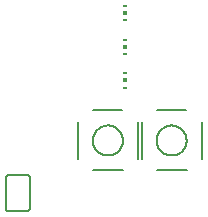
<source format=gbo>
G75*
%MOIN*%
%OFA0B0*%
%FSLAX25Y25*%
%IPPOS*%
%LPD*%
%AMOC8*
5,1,8,0,0,1.08239X$1,22.5*
%
%ADD10R,0.01181X0.00591*%
%ADD11R,0.01181X0.01181*%
%ADD12C,0.00800*%
%ADD13C,0.00600*%
D10*
X0144891Y0060688D03*
X0144891Y0065412D03*
X0144891Y0071938D03*
X0144891Y0076662D03*
X0144891Y0083188D03*
X0144891Y0087912D03*
D11*
X0144891Y0085550D03*
X0144891Y0074300D03*
X0144891Y0063050D03*
D12*
X0144182Y0053050D02*
X0134418Y0053050D01*
X0129300Y0049113D02*
X0129300Y0036987D01*
X0134418Y0033050D02*
X0144300Y0033050D01*
X0149300Y0036987D02*
X0149300Y0049113D01*
X0150550Y0049113D02*
X0150550Y0036987D01*
X0155668Y0033050D02*
X0165550Y0033050D01*
X0170550Y0036987D02*
X0170550Y0049113D01*
X0165432Y0053050D02*
X0155668Y0053050D01*
X0155550Y0043050D02*
X0155552Y0043191D01*
X0155558Y0043332D01*
X0155568Y0043472D01*
X0155582Y0043612D01*
X0155600Y0043752D01*
X0155621Y0043891D01*
X0155647Y0044030D01*
X0155676Y0044168D01*
X0155710Y0044304D01*
X0155747Y0044440D01*
X0155788Y0044575D01*
X0155833Y0044709D01*
X0155882Y0044841D01*
X0155934Y0044972D01*
X0155990Y0045101D01*
X0156050Y0045228D01*
X0156113Y0045354D01*
X0156179Y0045478D01*
X0156250Y0045601D01*
X0156323Y0045721D01*
X0156400Y0045839D01*
X0156480Y0045955D01*
X0156564Y0046068D01*
X0156650Y0046179D01*
X0156740Y0046288D01*
X0156833Y0046394D01*
X0156928Y0046497D01*
X0157027Y0046598D01*
X0157128Y0046696D01*
X0157232Y0046791D01*
X0157339Y0046883D01*
X0157448Y0046972D01*
X0157560Y0047057D01*
X0157674Y0047140D01*
X0157790Y0047220D01*
X0157909Y0047296D01*
X0158030Y0047368D01*
X0158152Y0047438D01*
X0158277Y0047503D01*
X0158403Y0047566D01*
X0158531Y0047624D01*
X0158661Y0047679D01*
X0158792Y0047731D01*
X0158925Y0047778D01*
X0159059Y0047822D01*
X0159194Y0047863D01*
X0159330Y0047899D01*
X0159467Y0047931D01*
X0159605Y0047960D01*
X0159743Y0047985D01*
X0159883Y0048005D01*
X0160023Y0048022D01*
X0160163Y0048035D01*
X0160304Y0048044D01*
X0160444Y0048049D01*
X0160585Y0048050D01*
X0160726Y0048047D01*
X0160867Y0048040D01*
X0161007Y0048029D01*
X0161147Y0048014D01*
X0161287Y0047995D01*
X0161426Y0047973D01*
X0161564Y0047946D01*
X0161702Y0047916D01*
X0161838Y0047881D01*
X0161974Y0047843D01*
X0162108Y0047801D01*
X0162242Y0047755D01*
X0162374Y0047706D01*
X0162504Y0047652D01*
X0162633Y0047595D01*
X0162760Y0047535D01*
X0162886Y0047471D01*
X0163009Y0047403D01*
X0163131Y0047332D01*
X0163251Y0047258D01*
X0163368Y0047180D01*
X0163483Y0047099D01*
X0163596Y0047015D01*
X0163707Y0046928D01*
X0163815Y0046837D01*
X0163920Y0046744D01*
X0164023Y0046647D01*
X0164123Y0046548D01*
X0164220Y0046446D01*
X0164314Y0046341D01*
X0164405Y0046234D01*
X0164493Y0046124D01*
X0164578Y0046012D01*
X0164660Y0045897D01*
X0164739Y0045780D01*
X0164814Y0045661D01*
X0164886Y0045540D01*
X0164954Y0045417D01*
X0165019Y0045292D01*
X0165081Y0045165D01*
X0165138Y0045036D01*
X0165193Y0044906D01*
X0165243Y0044775D01*
X0165290Y0044642D01*
X0165333Y0044508D01*
X0165372Y0044372D01*
X0165407Y0044236D01*
X0165439Y0044099D01*
X0165466Y0043961D01*
X0165490Y0043822D01*
X0165510Y0043682D01*
X0165526Y0043542D01*
X0165538Y0043402D01*
X0165546Y0043261D01*
X0165550Y0043120D01*
X0165550Y0042980D01*
X0165546Y0042839D01*
X0165538Y0042698D01*
X0165526Y0042558D01*
X0165510Y0042418D01*
X0165490Y0042278D01*
X0165466Y0042139D01*
X0165439Y0042001D01*
X0165407Y0041864D01*
X0165372Y0041728D01*
X0165333Y0041592D01*
X0165290Y0041458D01*
X0165243Y0041325D01*
X0165193Y0041194D01*
X0165138Y0041064D01*
X0165081Y0040935D01*
X0165019Y0040808D01*
X0164954Y0040683D01*
X0164886Y0040560D01*
X0164814Y0040439D01*
X0164739Y0040320D01*
X0164660Y0040203D01*
X0164578Y0040088D01*
X0164493Y0039976D01*
X0164405Y0039866D01*
X0164314Y0039759D01*
X0164220Y0039654D01*
X0164123Y0039552D01*
X0164023Y0039453D01*
X0163920Y0039356D01*
X0163815Y0039263D01*
X0163707Y0039172D01*
X0163596Y0039085D01*
X0163483Y0039001D01*
X0163368Y0038920D01*
X0163251Y0038842D01*
X0163131Y0038768D01*
X0163009Y0038697D01*
X0162886Y0038629D01*
X0162760Y0038565D01*
X0162633Y0038505D01*
X0162504Y0038448D01*
X0162374Y0038394D01*
X0162242Y0038345D01*
X0162108Y0038299D01*
X0161974Y0038257D01*
X0161838Y0038219D01*
X0161702Y0038184D01*
X0161564Y0038154D01*
X0161426Y0038127D01*
X0161287Y0038105D01*
X0161147Y0038086D01*
X0161007Y0038071D01*
X0160867Y0038060D01*
X0160726Y0038053D01*
X0160585Y0038050D01*
X0160444Y0038051D01*
X0160304Y0038056D01*
X0160163Y0038065D01*
X0160023Y0038078D01*
X0159883Y0038095D01*
X0159743Y0038115D01*
X0159605Y0038140D01*
X0159467Y0038169D01*
X0159330Y0038201D01*
X0159194Y0038237D01*
X0159059Y0038278D01*
X0158925Y0038322D01*
X0158792Y0038369D01*
X0158661Y0038421D01*
X0158531Y0038476D01*
X0158403Y0038534D01*
X0158277Y0038597D01*
X0158152Y0038662D01*
X0158030Y0038732D01*
X0157909Y0038804D01*
X0157790Y0038880D01*
X0157674Y0038960D01*
X0157560Y0039043D01*
X0157448Y0039128D01*
X0157339Y0039217D01*
X0157232Y0039309D01*
X0157128Y0039404D01*
X0157027Y0039502D01*
X0156928Y0039603D01*
X0156833Y0039706D01*
X0156740Y0039812D01*
X0156650Y0039921D01*
X0156564Y0040032D01*
X0156480Y0040145D01*
X0156400Y0040261D01*
X0156323Y0040379D01*
X0156250Y0040499D01*
X0156179Y0040622D01*
X0156113Y0040746D01*
X0156050Y0040872D01*
X0155990Y0040999D01*
X0155934Y0041128D01*
X0155882Y0041259D01*
X0155833Y0041391D01*
X0155788Y0041525D01*
X0155747Y0041660D01*
X0155710Y0041796D01*
X0155676Y0041932D01*
X0155647Y0042070D01*
X0155621Y0042209D01*
X0155600Y0042348D01*
X0155582Y0042488D01*
X0155568Y0042628D01*
X0155558Y0042768D01*
X0155552Y0042909D01*
X0155550Y0043050D01*
X0134300Y0043050D02*
X0134302Y0043191D01*
X0134308Y0043332D01*
X0134318Y0043472D01*
X0134332Y0043612D01*
X0134350Y0043752D01*
X0134371Y0043891D01*
X0134397Y0044030D01*
X0134426Y0044168D01*
X0134460Y0044304D01*
X0134497Y0044440D01*
X0134538Y0044575D01*
X0134583Y0044709D01*
X0134632Y0044841D01*
X0134684Y0044972D01*
X0134740Y0045101D01*
X0134800Y0045228D01*
X0134863Y0045354D01*
X0134929Y0045478D01*
X0135000Y0045601D01*
X0135073Y0045721D01*
X0135150Y0045839D01*
X0135230Y0045955D01*
X0135314Y0046068D01*
X0135400Y0046179D01*
X0135490Y0046288D01*
X0135583Y0046394D01*
X0135678Y0046497D01*
X0135777Y0046598D01*
X0135878Y0046696D01*
X0135982Y0046791D01*
X0136089Y0046883D01*
X0136198Y0046972D01*
X0136310Y0047057D01*
X0136424Y0047140D01*
X0136540Y0047220D01*
X0136659Y0047296D01*
X0136780Y0047368D01*
X0136902Y0047438D01*
X0137027Y0047503D01*
X0137153Y0047566D01*
X0137281Y0047624D01*
X0137411Y0047679D01*
X0137542Y0047731D01*
X0137675Y0047778D01*
X0137809Y0047822D01*
X0137944Y0047863D01*
X0138080Y0047899D01*
X0138217Y0047931D01*
X0138355Y0047960D01*
X0138493Y0047985D01*
X0138633Y0048005D01*
X0138773Y0048022D01*
X0138913Y0048035D01*
X0139054Y0048044D01*
X0139194Y0048049D01*
X0139335Y0048050D01*
X0139476Y0048047D01*
X0139617Y0048040D01*
X0139757Y0048029D01*
X0139897Y0048014D01*
X0140037Y0047995D01*
X0140176Y0047973D01*
X0140314Y0047946D01*
X0140452Y0047916D01*
X0140588Y0047881D01*
X0140724Y0047843D01*
X0140858Y0047801D01*
X0140992Y0047755D01*
X0141124Y0047706D01*
X0141254Y0047652D01*
X0141383Y0047595D01*
X0141510Y0047535D01*
X0141636Y0047471D01*
X0141759Y0047403D01*
X0141881Y0047332D01*
X0142001Y0047258D01*
X0142118Y0047180D01*
X0142233Y0047099D01*
X0142346Y0047015D01*
X0142457Y0046928D01*
X0142565Y0046837D01*
X0142670Y0046744D01*
X0142773Y0046647D01*
X0142873Y0046548D01*
X0142970Y0046446D01*
X0143064Y0046341D01*
X0143155Y0046234D01*
X0143243Y0046124D01*
X0143328Y0046012D01*
X0143410Y0045897D01*
X0143489Y0045780D01*
X0143564Y0045661D01*
X0143636Y0045540D01*
X0143704Y0045417D01*
X0143769Y0045292D01*
X0143831Y0045165D01*
X0143888Y0045036D01*
X0143943Y0044906D01*
X0143993Y0044775D01*
X0144040Y0044642D01*
X0144083Y0044508D01*
X0144122Y0044372D01*
X0144157Y0044236D01*
X0144189Y0044099D01*
X0144216Y0043961D01*
X0144240Y0043822D01*
X0144260Y0043682D01*
X0144276Y0043542D01*
X0144288Y0043402D01*
X0144296Y0043261D01*
X0144300Y0043120D01*
X0144300Y0042980D01*
X0144296Y0042839D01*
X0144288Y0042698D01*
X0144276Y0042558D01*
X0144260Y0042418D01*
X0144240Y0042278D01*
X0144216Y0042139D01*
X0144189Y0042001D01*
X0144157Y0041864D01*
X0144122Y0041728D01*
X0144083Y0041592D01*
X0144040Y0041458D01*
X0143993Y0041325D01*
X0143943Y0041194D01*
X0143888Y0041064D01*
X0143831Y0040935D01*
X0143769Y0040808D01*
X0143704Y0040683D01*
X0143636Y0040560D01*
X0143564Y0040439D01*
X0143489Y0040320D01*
X0143410Y0040203D01*
X0143328Y0040088D01*
X0143243Y0039976D01*
X0143155Y0039866D01*
X0143064Y0039759D01*
X0142970Y0039654D01*
X0142873Y0039552D01*
X0142773Y0039453D01*
X0142670Y0039356D01*
X0142565Y0039263D01*
X0142457Y0039172D01*
X0142346Y0039085D01*
X0142233Y0039001D01*
X0142118Y0038920D01*
X0142001Y0038842D01*
X0141881Y0038768D01*
X0141759Y0038697D01*
X0141636Y0038629D01*
X0141510Y0038565D01*
X0141383Y0038505D01*
X0141254Y0038448D01*
X0141124Y0038394D01*
X0140992Y0038345D01*
X0140858Y0038299D01*
X0140724Y0038257D01*
X0140588Y0038219D01*
X0140452Y0038184D01*
X0140314Y0038154D01*
X0140176Y0038127D01*
X0140037Y0038105D01*
X0139897Y0038086D01*
X0139757Y0038071D01*
X0139617Y0038060D01*
X0139476Y0038053D01*
X0139335Y0038050D01*
X0139194Y0038051D01*
X0139054Y0038056D01*
X0138913Y0038065D01*
X0138773Y0038078D01*
X0138633Y0038095D01*
X0138493Y0038115D01*
X0138355Y0038140D01*
X0138217Y0038169D01*
X0138080Y0038201D01*
X0137944Y0038237D01*
X0137809Y0038278D01*
X0137675Y0038322D01*
X0137542Y0038369D01*
X0137411Y0038421D01*
X0137281Y0038476D01*
X0137153Y0038534D01*
X0137027Y0038597D01*
X0136902Y0038662D01*
X0136780Y0038732D01*
X0136659Y0038804D01*
X0136540Y0038880D01*
X0136424Y0038960D01*
X0136310Y0039043D01*
X0136198Y0039128D01*
X0136089Y0039217D01*
X0135982Y0039309D01*
X0135878Y0039404D01*
X0135777Y0039502D01*
X0135678Y0039603D01*
X0135583Y0039706D01*
X0135490Y0039812D01*
X0135400Y0039921D01*
X0135314Y0040032D01*
X0135230Y0040145D01*
X0135150Y0040261D01*
X0135073Y0040379D01*
X0135000Y0040499D01*
X0134929Y0040622D01*
X0134863Y0040746D01*
X0134800Y0040872D01*
X0134740Y0040999D01*
X0134684Y0041128D01*
X0134632Y0041259D01*
X0134583Y0041391D01*
X0134538Y0041525D01*
X0134497Y0041660D01*
X0134460Y0041796D01*
X0134426Y0041932D01*
X0134397Y0042070D01*
X0134371Y0042209D01*
X0134350Y0042348D01*
X0134332Y0042488D01*
X0134318Y0042628D01*
X0134308Y0042768D01*
X0134302Y0042909D01*
X0134300Y0043050D01*
D13*
X0105300Y0030550D02*
X0105300Y0020550D01*
X0105302Y0020490D01*
X0105307Y0020429D01*
X0105316Y0020370D01*
X0105329Y0020311D01*
X0105345Y0020252D01*
X0105365Y0020195D01*
X0105388Y0020140D01*
X0105415Y0020085D01*
X0105444Y0020033D01*
X0105477Y0019982D01*
X0105513Y0019933D01*
X0105551Y0019887D01*
X0105593Y0019843D01*
X0105637Y0019801D01*
X0105683Y0019763D01*
X0105732Y0019727D01*
X0105783Y0019694D01*
X0105835Y0019665D01*
X0105890Y0019638D01*
X0105945Y0019615D01*
X0106002Y0019595D01*
X0106061Y0019579D01*
X0106120Y0019566D01*
X0106179Y0019557D01*
X0106240Y0019552D01*
X0106300Y0019550D01*
X0112300Y0019550D01*
X0112360Y0019552D01*
X0112421Y0019557D01*
X0112480Y0019566D01*
X0112539Y0019579D01*
X0112598Y0019595D01*
X0112655Y0019615D01*
X0112710Y0019638D01*
X0112765Y0019665D01*
X0112817Y0019694D01*
X0112868Y0019727D01*
X0112917Y0019763D01*
X0112963Y0019801D01*
X0113007Y0019843D01*
X0113049Y0019887D01*
X0113087Y0019933D01*
X0113123Y0019982D01*
X0113156Y0020033D01*
X0113185Y0020085D01*
X0113212Y0020140D01*
X0113235Y0020195D01*
X0113255Y0020252D01*
X0113271Y0020311D01*
X0113284Y0020370D01*
X0113293Y0020429D01*
X0113298Y0020490D01*
X0113300Y0020550D01*
X0113300Y0030550D01*
X0113298Y0030610D01*
X0113293Y0030671D01*
X0113284Y0030730D01*
X0113271Y0030789D01*
X0113255Y0030848D01*
X0113235Y0030905D01*
X0113212Y0030960D01*
X0113185Y0031015D01*
X0113156Y0031067D01*
X0113123Y0031118D01*
X0113087Y0031167D01*
X0113049Y0031213D01*
X0113007Y0031257D01*
X0112963Y0031299D01*
X0112917Y0031337D01*
X0112868Y0031373D01*
X0112817Y0031406D01*
X0112765Y0031435D01*
X0112710Y0031462D01*
X0112655Y0031485D01*
X0112598Y0031505D01*
X0112539Y0031521D01*
X0112480Y0031534D01*
X0112421Y0031543D01*
X0112360Y0031548D01*
X0112300Y0031550D01*
X0106300Y0031550D01*
X0106240Y0031548D01*
X0106179Y0031543D01*
X0106120Y0031534D01*
X0106061Y0031521D01*
X0106002Y0031505D01*
X0105945Y0031485D01*
X0105890Y0031462D01*
X0105835Y0031435D01*
X0105783Y0031406D01*
X0105732Y0031373D01*
X0105683Y0031337D01*
X0105637Y0031299D01*
X0105593Y0031257D01*
X0105551Y0031213D01*
X0105513Y0031167D01*
X0105477Y0031118D01*
X0105444Y0031067D01*
X0105415Y0031015D01*
X0105388Y0030960D01*
X0105365Y0030905D01*
X0105345Y0030848D01*
X0105329Y0030789D01*
X0105316Y0030730D01*
X0105307Y0030671D01*
X0105302Y0030610D01*
X0105300Y0030550D01*
M02*

</source>
